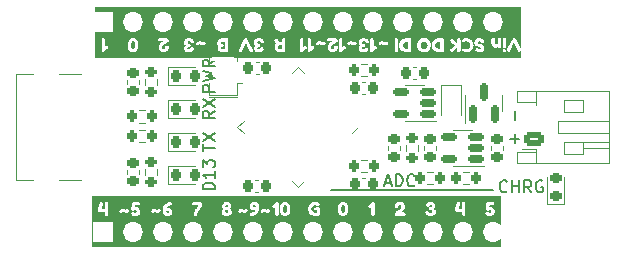
<source format=gto>
%TF.GenerationSoftware,KiCad,Pcbnew,(6.0.0-0)*%
%TF.CreationDate,2023-05-28T12:50:48+10:00*%
%TF.ProjectId,atmega32u4-dev,61746d65-6761-4333-9275-342d6465762e,v1.0.0*%
%TF.SameCoordinates,Original*%
%TF.FileFunction,Legend,Top*%
%TF.FilePolarity,Positive*%
%FSLAX46Y46*%
G04 Gerber Fmt 4.6, Leading zero omitted, Abs format (unit mm)*
G04 Created by KiCad (PCBNEW (6.0.0-0)) date 2023-05-28 12:50:48*
%MOMM*%
%LPD*%
G01*
G04 APERTURE LIST*
G04 Aperture macros list*
%AMRoundRect*
0 Rectangle with rounded corners*
0 $1 Rounding radius*
0 $2 $3 $4 $5 $6 $7 $8 $9 X,Y pos of 4 corners*
0 Add a 4 corners polygon primitive as box body*
4,1,4,$2,$3,$4,$5,$6,$7,$8,$9,$2,$3,0*
0 Add four circle primitives for the rounded corners*
1,1,$1+$1,$2,$3*
1,1,$1+$1,$4,$5*
1,1,$1+$1,$6,$7*
1,1,$1+$1,$8,$9*
0 Add four rect primitives between the rounded corners*
20,1,$1+$1,$2,$3,$4,$5,0*
20,1,$1+$1,$4,$5,$6,$7,0*
20,1,$1+$1,$6,$7,$8,$9,0*
20,1,$1+$1,$8,$9,$2,$3,0*%
%AMRotRect*
0 Rectangle, with rotation*
0 The origin of the aperture is its center*
0 $1 length*
0 $2 width*
0 $3 Rotation angle, in degrees counterclockwise*
0 Add horizontal line*
21,1,$1,$2,0,0,$3*%
G04 Aperture macros list end*
%ADD10C,0.153000*%
%ADD11C,0.150000*%
%ADD12C,0.120000*%
%ADD13RoundRect,0.225000X0.250000X-0.225000X0.250000X0.225000X-0.250000X0.225000X-0.250000X-0.225000X0*%
%ADD14RoundRect,0.225000X-0.250000X0.225000X-0.250000X-0.225000X0.250000X-0.225000X0.250000X0.225000X0*%
%ADD15RoundRect,0.218750X-0.218750X-0.256250X0.218750X-0.256250X0.218750X0.256250X-0.218750X0.256250X0*%
%ADD16RoundRect,0.150000X0.150000X-0.587500X0.150000X0.587500X-0.150000X0.587500X-0.150000X-0.587500X0*%
%ADD17RoundRect,0.200000X-0.275000X0.200000X-0.275000X-0.200000X0.275000X-0.200000X0.275000X0.200000X0*%
%ADD18RoundRect,0.200000X0.200000X0.275000X-0.200000X0.275000X-0.200000X-0.275000X0.200000X-0.275000X0*%
%ADD19RoundRect,0.225000X0.225000X0.250000X-0.225000X0.250000X-0.225000X-0.250000X0.225000X-0.250000X0*%
%ADD20RoundRect,0.062500X0.291682X0.380070X-0.380070X-0.291682X-0.291682X-0.380070X0.380070X0.291682X0*%
%ADD21RoundRect,0.062500X-0.291682X0.380070X-0.380070X0.291682X0.291682X-0.380070X0.380070X-0.291682X0*%
%ADD22RotRect,5.200000X5.200000X225.000000*%
%ADD23RoundRect,0.200000X0.275000X-0.200000X0.275000X0.200000X-0.275000X0.200000X-0.275000X-0.200000X0*%
%ADD24RoundRect,0.200000X-0.200000X-0.275000X0.200000X-0.275000X0.200000X0.275000X-0.200000X0.275000X0*%
%ADD25RoundRect,0.250000X0.625000X-0.350000X0.625000X0.350000X-0.625000X0.350000X-0.625000X-0.350000X0*%
%ADD26O,1.750000X1.200000*%
%ADD27RoundRect,0.218750X0.256250X-0.218750X0.256250X0.218750X-0.256250X0.218750X-0.256250X-0.218750X0*%
%ADD28RoundRect,0.150000X0.512500X0.150000X-0.512500X0.150000X-0.512500X-0.150000X0.512500X-0.150000X0*%
%ADD29RoundRect,0.225000X-0.225000X-0.250000X0.225000X-0.250000X0.225000X0.250000X-0.225000X0.250000X0*%
%ADD30R,1.900000X0.400000*%
%ADD31R,0.450000X0.600000*%
%ADD32C,0.600000*%
%ADD33R,1.160000X0.600000*%
%ADD34R,1.160000X0.300000*%
%ADD35O,1.700000X0.900000*%
%ADD36O,2.000000X0.900000*%
%ADD37R,1.700000X1.700000*%
%ADD38O,1.700000X1.700000*%
G04 APERTURE END LIST*
D10*
X117094000Y-92964000D02*
X130810000Y-92966000D01*
X106259380Y-89661904D02*
X106259380Y-89090476D01*
X107259380Y-89376190D02*
X106259380Y-89376190D01*
X106259380Y-88852380D02*
X107259380Y-88185714D01*
X106259380Y-88185714D02*
X107259380Y-88852380D01*
X107259380Y-86272666D02*
X106783190Y-86606000D01*
X107259380Y-86844095D02*
X106259380Y-86844095D01*
X106259380Y-86463142D01*
X106307000Y-86367904D01*
X106354619Y-86320285D01*
X106449857Y-86272666D01*
X106592714Y-86272666D01*
X106687952Y-86320285D01*
X106735571Y-86367904D01*
X106783190Y-86463142D01*
X106783190Y-86844095D01*
X106259380Y-85939333D02*
X107259380Y-85272666D01*
X106259380Y-85272666D02*
X107259380Y-85939333D01*
D11*
X132008714Y-93067142D02*
X131961095Y-93114761D01*
X131818238Y-93162380D01*
X131723000Y-93162380D01*
X131580142Y-93114761D01*
X131484904Y-93019523D01*
X131437285Y-92924285D01*
X131389666Y-92733809D01*
X131389666Y-92590952D01*
X131437285Y-92400476D01*
X131484904Y-92305238D01*
X131580142Y-92210000D01*
X131723000Y-92162380D01*
X131818238Y-92162380D01*
X131961095Y-92210000D01*
X132008714Y-92257619D01*
X132437285Y-93162380D02*
X132437285Y-92162380D01*
X132437285Y-92638571D02*
X133008714Y-92638571D01*
X133008714Y-93162380D02*
X133008714Y-92162380D01*
X134056333Y-93162380D02*
X133723000Y-92686190D01*
X133484904Y-93162380D02*
X133484904Y-92162380D01*
X133865857Y-92162380D01*
X133961095Y-92210000D01*
X134008714Y-92257619D01*
X134056333Y-92352857D01*
X134056333Y-92495714D01*
X134008714Y-92590952D01*
X133961095Y-92638571D01*
X133865857Y-92686190D01*
X133484904Y-92686190D01*
X135008714Y-92210000D02*
X134913476Y-92162380D01*
X134770619Y-92162380D01*
X134627761Y-92210000D01*
X134532523Y-92305238D01*
X134484904Y-92400476D01*
X134437285Y-92590952D01*
X134437285Y-92733809D01*
X134484904Y-92924285D01*
X134532523Y-93019523D01*
X134627761Y-93114761D01*
X134770619Y-93162380D01*
X134865857Y-93162380D01*
X135008714Y-93114761D01*
X135056333Y-93067142D01*
X135056333Y-92733809D01*
X134865857Y-92733809D01*
D10*
X107259380Y-92908285D02*
X106259380Y-92908285D01*
X106259380Y-92670190D01*
X106307000Y-92527333D01*
X106402238Y-92432095D01*
X106497476Y-92384476D01*
X106687952Y-92336857D01*
X106830809Y-92336857D01*
X107021285Y-92384476D01*
X107116523Y-92432095D01*
X107211761Y-92527333D01*
X107259380Y-92670190D01*
X107259380Y-92908285D01*
X107259380Y-91384476D02*
X107259380Y-91955904D01*
X107259380Y-91670190D02*
X106259380Y-91670190D01*
X106402238Y-91765428D01*
X106497476Y-91860666D01*
X106545095Y-91955904D01*
X106259380Y-91051142D02*
X106259380Y-90432095D01*
X106640333Y-90765428D01*
X106640333Y-90622571D01*
X106687952Y-90527333D01*
X106735571Y-90479714D01*
X106830809Y-90432095D01*
X107068904Y-90432095D01*
X107164142Y-90479714D01*
X107211761Y-90527333D01*
X107259380Y-90622571D01*
X107259380Y-90908285D01*
X107211761Y-91003523D01*
X107164142Y-91051142D01*
X107259380Y-84645333D02*
X106259380Y-84645333D01*
X106259380Y-84264380D01*
X106307000Y-84169142D01*
X106354619Y-84121523D01*
X106449857Y-84073904D01*
X106592714Y-84073904D01*
X106687952Y-84121523D01*
X106735571Y-84169142D01*
X106783190Y-84264380D01*
X106783190Y-84645333D01*
X106259380Y-83740571D02*
X107259380Y-83502476D01*
X106545095Y-83312000D01*
X107259380Y-83121523D01*
X106259380Y-82883428D01*
X107259380Y-81931047D02*
X106783190Y-82264380D01*
X107259380Y-82502476D02*
X106259380Y-82502476D01*
X106259380Y-82121523D01*
X106307000Y-82026285D01*
X106354619Y-81978666D01*
X106449857Y-81931047D01*
X106592714Y-81931047D01*
X106687952Y-81978666D01*
X106735571Y-82026285D01*
X106783190Y-82121523D01*
X106783190Y-82502476D01*
D11*
X121697904Y-92368666D02*
X122174095Y-92368666D01*
X121602666Y-92654380D02*
X121936000Y-91654380D01*
X122269333Y-92654380D01*
X122602666Y-92654380D02*
X122602666Y-91654380D01*
X122840761Y-91654380D01*
X122983619Y-91702000D01*
X123078857Y-91797238D01*
X123126476Y-91892476D01*
X123174095Y-92082952D01*
X123174095Y-92225809D01*
X123126476Y-92416285D01*
X123078857Y-92511523D01*
X122983619Y-92606761D01*
X122840761Y-92654380D01*
X122602666Y-92654380D01*
X124174095Y-92559142D02*
X124126476Y-92606761D01*
X123983619Y-92654380D01*
X123888380Y-92654380D01*
X123745523Y-92606761D01*
X123650285Y-92511523D01*
X123602666Y-92416285D01*
X123555047Y-92225809D01*
X123555047Y-92082952D01*
X123602666Y-91892476D01*
X123650285Y-91797238D01*
X123745523Y-91702000D01*
X123888380Y-91654380D01*
X123983619Y-91654380D01*
X124126476Y-91702000D01*
X124174095Y-91749619D01*
X132659428Y-89010952D02*
X132659428Y-88249047D01*
X133040380Y-88630000D02*
X132278476Y-88630000D01*
X132659428Y-87010952D02*
X132659428Y-86249047D01*
D12*
%TO.C,C5*%
X130681000Y-89548580D02*
X130681000Y-89267420D01*
X131701000Y-89548580D02*
X131701000Y-89267420D01*
%TO.C,kibuzzard-63FC0A8C*%
G36*
X118207830Y-94263666D02*
G01*
X118258431Y-94323495D01*
X118288792Y-94423210D01*
X118298912Y-94562811D01*
X118298912Y-94572336D01*
X118288693Y-94708464D01*
X118258034Y-94805698D01*
X118206937Y-94864039D01*
X118135400Y-94883486D01*
X118065252Y-94863493D01*
X118015147Y-94803516D01*
X117985084Y-94703553D01*
X117975062Y-94563605D01*
X117985183Y-94423657D01*
X118015544Y-94323694D01*
X118066145Y-94263716D01*
X118136987Y-94243723D01*
X118207830Y-94263666D01*
G37*
G36*
X117181445Y-97811894D02*
G01*
X117181445Y-94562811D01*
X117694075Y-94562811D01*
X117699190Y-94674112D01*
X117714536Y-94777300D01*
X117740112Y-94872373D01*
X117774442Y-94952145D01*
X117817106Y-95020011D01*
X117873066Y-95076962D01*
X117947281Y-95123992D01*
X118036777Y-95155544D01*
X118138575Y-95166061D01*
X118239977Y-95155742D01*
X118328281Y-95124786D01*
X118401108Y-95077955D01*
X118456075Y-95020011D01*
X118510248Y-94928432D01*
X118548944Y-94821970D01*
X118572161Y-94700626D01*
X118579900Y-94564398D01*
X118574608Y-94459447D01*
X118558733Y-94358376D01*
X118556908Y-94351673D01*
X120249950Y-94351673D01*
X120299956Y-94450098D01*
X120396000Y-94505661D01*
X120507125Y-94456448D01*
X120527762Y-94437398D01*
X120527762Y-95004136D01*
X120530144Y-95062080D01*
X120545225Y-95105736D01*
X120587691Y-95136692D01*
X120667462Y-95147011D01*
X120749219Y-95136295D01*
X120791287Y-95104148D01*
X120806369Y-95062080D01*
X120808750Y-95007311D01*
X120808750Y-95004136D01*
X122518487Y-95004136D01*
X122559762Y-95104148D01*
X122658187Y-95147011D01*
X123278900Y-95147011D01*
X123377325Y-95127961D01*
X123411456Y-95086686D01*
X123421775Y-95006517D01*
X123412250Y-94925555D01*
X123374944Y-94879517D01*
X123282075Y-94864436D01*
X122991562Y-94864436D01*
X122991562Y-94856498D01*
X123031250Y-94840623D01*
X123109989Y-94797761D01*
X125091825Y-94797761D01*
X125109288Y-94883486D01*
X125112463Y-94899361D01*
X125129925Y-94940636D01*
X125169216Y-95003739D01*
X125214063Y-95053348D01*
X125305785Y-95115085D01*
X125411618Y-95152126D01*
X125531563Y-95164473D01*
X125652389Y-95152214D01*
X125758751Y-95115437D01*
X125850650Y-95054142D01*
X125921206Y-94973973D01*
X125963539Y-94880576D01*
X125977650Y-94773948D01*
X125964553Y-94692986D01*
X125956695Y-94678698D01*
X127647700Y-94678698D01*
X127655638Y-94746961D01*
X127698897Y-94792205D01*
X127787400Y-94807286D01*
X128217613Y-94807286D01*
X128217613Y-95000961D01*
X128227138Y-95083511D01*
X128247775Y-95115261D01*
X128289050Y-95134311D01*
X128362075Y-95142248D01*
X128439069Y-95132723D01*
X128485106Y-95093830D01*
X128500188Y-95002548D01*
X128500188Y-94954923D01*
X130194050Y-94954923D01*
X130254375Y-95050173D01*
X130267075Y-95061286D01*
X130306763Y-95091448D01*
X130389313Y-95132900D01*
X130478213Y-95157771D01*
X130573463Y-95166061D01*
X130680531Y-95152920D01*
X130775251Y-95113497D01*
X130857625Y-95047792D01*
X130921125Y-94963831D01*
X130959225Y-94869639D01*
X130971925Y-94765217D01*
X130958519Y-94661324D01*
X130918303Y-94568720D01*
X130851275Y-94487405D01*
X130767490Y-94424346D01*
X130677003Y-94386510D01*
X130579813Y-94373898D01*
X130524250Y-94377073D01*
X130540125Y-94256423D01*
X130817938Y-94256423D01*
X130869531Y-94254042D01*
X130908425Y-94238961D01*
X130938191Y-94199670D01*
X130948113Y-94123073D01*
X130937397Y-94038936D01*
X130905250Y-93996073D01*
X130863975Y-93980992D01*
X130808413Y-93978611D01*
X130659188Y-93978611D01*
X130417888Y-93977023D01*
X130353594Y-93992105D01*
X130312319Y-94026236D01*
X130289300Y-94069098D01*
X130278188Y-94102436D01*
X130269059Y-94168317D01*
X130244850Y-94346911D01*
X130221038Y-94528283D01*
X130213100Y-94602498D01*
X130230563Y-94641392D01*
X130304381Y-94689811D01*
X130404394Y-94719973D01*
X130490913Y-94683461D01*
X130567113Y-94654886D01*
X130652044Y-94685842D01*
X130689350Y-94769980D01*
X130655219Y-94853323D01*
X130550444Y-94883486D01*
X130451225Y-94850148D01*
X130344863Y-94799348D01*
X130252788Y-94851736D01*
X130194050Y-94954923D01*
X128500188Y-94954923D01*
X128500188Y-94119898D01*
X128497806Y-94064336D01*
X128482725Y-94022267D01*
X128439863Y-93988930D01*
X128359694Y-93978611D01*
X128278731Y-93987342D01*
X128235075Y-94018298D01*
X128219994Y-94057986D01*
X128217613Y-94111961D01*
X128217613Y-94545348D01*
X127958850Y-94545348D01*
X128055688Y-94157998D01*
X128057275Y-94153236D01*
X128068388Y-94086561D01*
X128040606Y-94025442D01*
X127957263Y-93984961D01*
X127884238Y-93973848D01*
X127829469Y-93991311D01*
X127800894Y-94027823D01*
X127784225Y-94083386D01*
X127652463Y-94615198D01*
X127647700Y-94678698D01*
X125956695Y-94678698D01*
X125925263Y-94621548D01*
X125875256Y-94569955D01*
X125828425Y-94535823D01*
X125828425Y-94524711D01*
X125897217Y-94474881D01*
X125938492Y-94407941D01*
X125952250Y-94323892D01*
X125939726Y-94234375D01*
X125902156Y-94151031D01*
X125839538Y-94073861D01*
X125755224Y-94012125D01*
X125652565Y-93975083D01*
X125531563Y-93962736D01*
X125452783Y-93968292D01*
X125381544Y-93984961D01*
X125276769Y-94034173D01*
X125210888Y-94096880D01*
X125175963Y-94146886D01*
X125139450Y-94254836D01*
X125159294Y-94311589D01*
X125218825Y-94361198D01*
X125306138Y-94389773D01*
X125366463Y-94369930D01*
X125410913Y-94310398D01*
X125420438Y-94291348D01*
X125461713Y-94253248D01*
X125551406Y-94234198D01*
X125639513Y-94264361D01*
X125671263Y-94327861D01*
X125641100Y-94374295D01*
X125550613Y-94389773D01*
X125468063Y-94397711D01*
X125424009Y-94440970D01*
X125409325Y-94529473D01*
X125420041Y-94610833D01*
X125452188Y-94651711D01*
X125493463Y-94667586D01*
X125565694Y-94670761D01*
X125657769Y-94703305D01*
X125696663Y-94778711D01*
X125656975Y-94855705D01*
X125606175Y-94881303D01*
X125533150Y-94889836D01*
X125466475Y-94880311D01*
X125379163Y-94804111D01*
X125331538Y-94721561D01*
X125247400Y-94705686D01*
X125130719Y-94728705D01*
X125091825Y-94797761D01*
X123109989Y-94797761D01*
X123129675Y-94787045D01*
X123240800Y-94699336D01*
X123292394Y-94642186D01*
X123336050Y-94569161D01*
X123365816Y-94485817D01*
X123375737Y-94397711D01*
X123362508Y-94288614D01*
X123322821Y-94187808D01*
X123256675Y-94095292D01*
X123169274Y-94021650D01*
X123065822Y-93977464D01*
X122946319Y-93962736D01*
X122826903Y-93977288D01*
X122723716Y-94020944D01*
X122636756Y-94093705D01*
X122571051Y-94184810D01*
X122531628Y-94283499D01*
X122518487Y-94389773D01*
X122526425Y-94470736D01*
X122569684Y-94515980D01*
X122658187Y-94531061D01*
X122739150Y-94521536D01*
X122782012Y-94492961D01*
X122797094Y-94453273D01*
X122799475Y-94400886D01*
X122799475Y-94391361D01*
X122805825Y-94354848D01*
X122847894Y-94281030D01*
X122936000Y-94243723D01*
X123015375Y-94258011D01*
X123057444Y-94288967D01*
X123082050Y-94331830D01*
X123093162Y-94372311D01*
X123078280Y-94441764D01*
X123033631Y-94507248D01*
X122967948Y-94567375D01*
X122889962Y-94620755D01*
X122805825Y-94671158D01*
X122721687Y-94722355D01*
X122643702Y-94779108D01*
X122578019Y-94846180D01*
X122533370Y-94921784D01*
X122518487Y-95004136D01*
X120808750Y-95004136D01*
X120808750Y-94123073D01*
X120800812Y-94038936D01*
X120778587Y-94004805D01*
X120737312Y-93986548D01*
X120661906Y-93978611D01*
X120572212Y-94019886D01*
X120567450Y-94023061D01*
X120307100Y-94258011D01*
X120249950Y-94351673D01*
X118556908Y-94351673D01*
X118532275Y-94261186D01*
X118499136Y-94181017D01*
X118456869Y-94111961D01*
X118401306Y-94053620D01*
X118328281Y-94005598D01*
X118239580Y-93973452D01*
X118136987Y-93962736D01*
X118033998Y-93973650D01*
X117944106Y-94006392D01*
X117870089Y-94055208D01*
X117814725Y-94114342D01*
X117770870Y-94190741D01*
X117731381Y-94291348D01*
X117710656Y-94371605D01*
X117698220Y-94462093D01*
X117694075Y-94562811D01*
X117181445Y-94562811D01*
X117181445Y-93450106D01*
X131484555Y-93450106D01*
X131484555Y-97811894D01*
X117181445Y-97811894D01*
G37*
%TO.C,C3*%
X124966000Y-89267420D02*
X124966000Y-89548580D01*
X125986000Y-89267420D02*
X125986000Y-89548580D01*
%TO.C,D6*%
X103290000Y-84047000D02*
X105575000Y-84047000D01*
X103290000Y-82577000D02*
X103290000Y-84047000D01*
X105575000Y-82577000D02*
X103290000Y-82577000D01*
%TO.C,Q1*%
X128488000Y-85598000D02*
X128488000Y-87273000D01*
X131608000Y-85598000D02*
X131608000Y-86248000D01*
X131608000Y-85598000D02*
X131608000Y-84948000D01*
X128488000Y-85598000D02*
X128488000Y-84948000D01*
%TO.C,R5*%
X102376500Y-91202742D02*
X102376500Y-91677258D01*
X101331500Y-91202742D02*
X101331500Y-91677258D01*
%TO.C,R8*%
X120125258Y-83326500D02*
X119650742Y-83326500D01*
X120125258Y-82281500D02*
X119650742Y-82281500D01*
%TO.C,C10*%
X110960780Y-92098400D02*
X110679620Y-92098400D01*
X110960780Y-93118400D02*
X110679620Y-93118400D01*
%TO.C,C9*%
X111011580Y-83187000D02*
X110730420Y-83187000D01*
X111011580Y-82167000D02*
X110730420Y-82167000D01*
%TO.C,U3*%
X114300000Y-82524689D02*
X114812652Y-83037341D01*
X114300000Y-92735311D02*
X113787348Y-92222659D01*
X114812652Y-92222659D02*
X114300000Y-92735311D01*
X118892659Y-88142652D02*
X119405311Y-87630000D01*
X113787348Y-83037341D02*
X114300000Y-82524689D01*
X109707341Y-87117348D02*
X109194689Y-87630000D01*
X109194689Y-87630000D02*
X109707341Y-88142652D01*
%TO.C,kibuzzard-63FC10C2*%
G36*
X117204331Y-97810307D02*
G01*
X114189669Y-97810307D01*
X114189669Y-94554873D01*
X115181856Y-94554873D01*
X115192770Y-94676466D01*
X115225512Y-94788831D01*
X115280083Y-94891969D01*
X115356481Y-94985880D01*
X115447663Y-95064014D01*
X115546584Y-95119825D01*
X115653245Y-95153311D01*
X115767644Y-95164473D01*
X115892659Y-95155841D01*
X116001006Y-95129945D01*
X116092684Y-95086785D01*
X116167694Y-95026361D01*
X116212144Y-94929523D01*
X116212144Y-94580273D01*
X116196269Y-94491373D01*
X116091494Y-94446923D01*
X115812094Y-94446923D01*
X115735894Y-94461211D01*
X115709700Y-94496136D01*
X115702556Y-94563605D01*
X115708906Y-94630280D01*
X115735894Y-94667586D01*
X115805744Y-94680286D01*
X115931156Y-94680286D01*
X115931156Y-94853323D01*
X115856941Y-94874755D01*
X115773994Y-94881898D01*
X115659694Y-94857887D01*
X115558094Y-94785855D01*
X115505177Y-94717239D01*
X115473427Y-94639452D01*
X115462844Y-94552492D01*
X115486259Y-94428270D01*
X115556506Y-94330242D01*
X115656916Y-94266544D01*
X115770819Y-94245311D01*
X115856544Y-94256225D01*
X115929569Y-94288967D01*
X116026406Y-94332623D01*
X116079984Y-94311589D01*
X116139119Y-94248486D01*
X116175631Y-94158792D01*
X116132769Y-94088148D01*
X116019351Y-94019357D01*
X115901347Y-93978082D01*
X115778756Y-93964323D01*
X115662075Y-93974890D01*
X115553331Y-94006591D01*
X115452525Y-94059425D01*
X115359656Y-94133392D01*
X115281869Y-94223136D01*
X115226306Y-94323297D01*
X115192969Y-94433876D01*
X115181856Y-94554873D01*
X114189669Y-94554873D01*
X114189669Y-93451693D01*
X117204331Y-93451693D01*
X117204331Y-97810307D01*
G37*
%TO.C,R4*%
X102376500Y-84057258D02*
X102376500Y-83582742D01*
X101331500Y-84057258D02*
X101331500Y-83582742D01*
%TO.C,C2*%
X100840000Y-91312420D02*
X100840000Y-91593580D01*
X99820000Y-91312420D02*
X99820000Y-91593580D01*
%TO.C,kibuzzard-63FC0E25*%
G36*
X100427003Y-80396507D02*
G01*
X100477108Y-80456484D01*
X100507172Y-80556447D01*
X100517193Y-80696395D01*
X100507072Y-80836343D01*
X100476711Y-80936306D01*
X100426110Y-80996284D01*
X100355268Y-81016277D01*
X100284426Y-80996334D01*
X100233824Y-80936505D01*
X100203463Y-80836790D01*
X100193343Y-80697189D01*
X100193343Y-80687664D01*
X100203562Y-80551536D01*
X100234221Y-80454302D01*
X100285318Y-80395961D01*
X100356855Y-80376514D01*
X100427003Y-80396507D01*
G37*
G36*
X97170875Y-77448106D02*
G01*
X106537125Y-77448106D01*
X106537125Y-81809894D01*
X97170875Y-81809894D01*
X97170875Y-81136927D01*
X97683505Y-81136927D01*
X97691443Y-81221064D01*
X97713668Y-81255195D01*
X97754943Y-81273452D01*
X97830349Y-81281389D01*
X97920043Y-81240114D01*
X97924805Y-81236939D01*
X98185155Y-81001989D01*
X98242305Y-80908327D01*
X98192299Y-80809902D01*
X98096255Y-80754339D01*
X97985130Y-80803552D01*
X97964493Y-80822602D01*
X97964493Y-80695602D01*
X99912355Y-80695602D01*
X99917647Y-80800553D01*
X99933522Y-80901624D01*
X99959980Y-80998814D01*
X99993119Y-81078983D01*
X100035386Y-81148039D01*
X100090949Y-81206380D01*
X100163974Y-81254402D01*
X100252676Y-81286548D01*
X100355268Y-81297264D01*
X100458257Y-81286350D01*
X100548149Y-81253608D01*
X100622166Y-81204792D01*
X100677530Y-81145658D01*
X100721385Y-81069259D01*
X100760874Y-80968652D01*
X100781600Y-80888395D01*
X100794035Y-80797907D01*
X100798180Y-80697189D01*
X100793065Y-80585888D01*
X100777719Y-80482700D01*
X100752143Y-80387627D01*
X100717813Y-80307855D01*
X100683632Y-80253483D01*
X102468230Y-80253483D01*
X102477755Y-80334445D01*
X102515061Y-80380483D01*
X102607930Y-80395564D01*
X102898443Y-80395564D01*
X102898443Y-80403502D01*
X102858755Y-80419377D01*
X102760330Y-80472955D01*
X102649205Y-80560664D01*
X102597611Y-80617814D01*
X102553955Y-80690839D01*
X102524190Y-80774183D01*
X102514268Y-80862289D01*
X102527497Y-80971386D01*
X102567184Y-81072192D01*
X102633330Y-81164708D01*
X102720731Y-81238350D01*
X102824183Y-81282536D01*
X102943686Y-81297264D01*
X103063102Y-81282712D01*
X103166289Y-81239056D01*
X103253249Y-81166295D01*
X103318954Y-81075190D01*
X103358377Y-80976501D01*
X103371518Y-80870227D01*
X103363580Y-80789264D01*
X103320321Y-80744020D01*
X103231818Y-80728939D01*
X103150855Y-80738464D01*
X103107993Y-80767039D01*
X103092911Y-80806727D01*
X103090530Y-80859114D01*
X103090530Y-80868639D01*
X103084180Y-80905152D01*
X103042111Y-80978970D01*
X102954005Y-81016277D01*
X102874630Y-81001989D01*
X102832561Y-80971033D01*
X102807955Y-80928170D01*
X102796843Y-80887689D01*
X102811726Y-80818236D01*
X102856374Y-80752752D01*
X102922057Y-80692625D01*
X103000043Y-80639245D01*
X103084180Y-80588842D01*
X103168318Y-80537645D01*
X103239213Y-80486052D01*
X104655805Y-80486052D01*
X104668902Y-80567014D01*
X104708193Y-80638452D01*
X104758199Y-80690045D01*
X104805030Y-80724177D01*
X104805030Y-80735289D01*
X104736239Y-80785119D01*
X104694964Y-80852059D01*
X104681205Y-80936108D01*
X104693729Y-81025625D01*
X104731300Y-81108969D01*
X104793918Y-81186139D01*
X104878232Y-81247875D01*
X104980890Y-81284917D01*
X105101893Y-81297264D01*
X105180672Y-81291708D01*
X105251911Y-81275039D01*
X105356686Y-81225827D01*
X105422568Y-81163120D01*
X105457493Y-81113114D01*
X105494005Y-81005164D01*
X105474161Y-80948411D01*
X105414630Y-80898802D01*
X105327318Y-80870227D01*
X105266993Y-80890070D01*
X105222543Y-80949602D01*
X105213018Y-80968652D01*
X105171743Y-81006752D01*
X105082049Y-81025802D01*
X104993943Y-80995639D01*
X104962193Y-80932139D01*
X104992355Y-80885705D01*
X105082843Y-80870227D01*
X105165393Y-80862289D01*
X105209446Y-80819030D01*
X105224130Y-80730527D01*
X105213415Y-80649167D01*
X105181268Y-80608289D01*
X105144122Y-80594002D01*
X105705143Y-80594002D01*
X105723796Y-80638848D01*
X105779755Y-80687664D01*
X105860718Y-80716239D01*
X105949618Y-80643214D01*
X105954380Y-80636864D01*
X106006768Y-80619402D01*
X106084555Y-80668614D01*
X106145674Y-80701158D01*
X106233780Y-80716239D01*
X106331411Y-80702745D01*
X106414755Y-80662264D01*
X106467143Y-80617020D01*
X106513974Y-80553520D01*
X106536993Y-80490814D01*
X106481430Y-80413820D01*
X106383799Y-80366989D01*
X106339944Y-80386039D01*
X106292518Y-80443189D01*
X106271880Y-80462239D01*
X106240924Y-80468589D01*
X106191711Y-80443189D01*
X106113924Y-80393183D01*
X106009149Y-80368577D01*
X105902786Y-80385245D01*
X105825793Y-80422552D01*
X105773405Y-80470177D01*
X105743243Y-80507483D01*
X105721018Y-80543995D01*
X105705143Y-80594002D01*
X105144122Y-80594002D01*
X105139993Y-80592414D01*
X105067761Y-80589239D01*
X104975686Y-80556695D01*
X104936793Y-80481289D01*
X104976480Y-80404295D01*
X105027280Y-80378697D01*
X105100305Y-80370164D01*
X105166980Y-80379689D01*
X105254293Y-80455889D01*
X105301918Y-80538439D01*
X105386055Y-80554314D01*
X105502736Y-80531295D01*
X105541630Y-80462239D01*
X105524168Y-80376514D01*
X105520993Y-80360639D01*
X105503530Y-80319364D01*
X105464240Y-80256261D01*
X105419393Y-80206652D01*
X105327670Y-80144915D01*
X105221837Y-80107874D01*
X105101893Y-80095527D01*
X104981066Y-80107786D01*
X104874704Y-80144563D01*
X104782805Y-80205858D01*
X104712250Y-80286027D01*
X104669916Y-80379424D01*
X104655805Y-80486052D01*
X103239213Y-80486052D01*
X103246304Y-80480892D01*
X103311986Y-80413820D01*
X103356635Y-80338216D01*
X103371518Y-80255864D01*
X103330243Y-80155852D01*
X103231818Y-80112989D01*
X102611105Y-80112989D01*
X102512680Y-80132039D01*
X102478549Y-80173314D01*
X102468230Y-80253483D01*
X100683632Y-80253483D01*
X100675149Y-80239989D01*
X100619190Y-80183038D01*
X100544974Y-80136008D01*
X100455479Y-80104456D01*
X100353680Y-80093939D01*
X100252279Y-80104258D01*
X100163974Y-80135214D01*
X100091147Y-80182045D01*
X100036180Y-80239989D01*
X99982007Y-80331568D01*
X99943311Y-80438030D01*
X99920094Y-80559374D01*
X99912355Y-80695602D01*
X97964493Y-80695602D01*
X97964493Y-80255864D01*
X97962111Y-80197920D01*
X97947030Y-80154264D01*
X97904565Y-80123308D01*
X97824793Y-80112989D01*
X97743036Y-80123705D01*
X97700968Y-80155852D01*
X97685886Y-80197920D01*
X97683505Y-80252689D01*
X97683505Y-81136927D01*
X97170875Y-81136927D01*
X97170875Y-77448106D01*
G37*
%TO.C,R6*%
X100862742Y-86218500D02*
X101337258Y-86218500D01*
X100862742Y-87263500D02*
X101337258Y-87263500D01*
%TO.C,R1*%
X128761258Y-91425500D02*
X128286742Y-91425500D01*
X128761258Y-92470500D02*
X128286742Y-92470500D01*
%TO.C,J1*%
X136829000Y-88930000D02*
X136829000Y-89930000D01*
X136829000Y-89930000D02*
X138429000Y-89930000D01*
X136829000Y-86330000D02*
X136829000Y-85330000D01*
X138429000Y-89430000D02*
X140689000Y-89430000D01*
X132869000Y-84570000D02*
X132869000Y-85490000D01*
X140689000Y-90690000D02*
X140689000Y-84570000D01*
X134469000Y-90690000D02*
X134469000Y-89770000D01*
X132869000Y-85490000D02*
X134469000Y-85490000D01*
X132869000Y-90690000D02*
X140689000Y-90690000D01*
X138429000Y-85330000D02*
X138429000Y-86330000D01*
X138429000Y-89930000D02*
X138429000Y-88930000D01*
X132869000Y-89770000D02*
X132869000Y-90690000D01*
X134469000Y-89770000D02*
X132869000Y-89770000D01*
X136829000Y-85330000D02*
X138429000Y-85330000D01*
X136329000Y-88130000D02*
X136329000Y-87130000D01*
X134469000Y-89490000D02*
X133254000Y-89490000D01*
X136329000Y-87130000D02*
X140689000Y-87130000D01*
X134469000Y-85490000D02*
X134469000Y-85770000D01*
X134469000Y-89490000D02*
X134469000Y-89770000D01*
X138429000Y-86330000D02*
X136829000Y-86330000D01*
X140689000Y-84570000D02*
X132869000Y-84570000D01*
X138429000Y-88930000D02*
X136829000Y-88930000D01*
X140689000Y-88130000D02*
X136329000Y-88130000D01*
X134469000Y-84570000D02*
X134469000Y-85490000D01*
X138429000Y-88930000D02*
X140689000Y-88930000D01*
%TO.C,D4*%
X103290000Y-86841000D02*
X105575000Y-86841000D01*
X105575000Y-85371000D02*
X103290000Y-85371000D01*
X103290000Y-85371000D02*
X103290000Y-86841000D01*
%TO.C,kibuzzard-63FC0D8E*%
G36*
X108363544Y-94257217D02*
G01*
X108390531Y-94316748D01*
X108364338Y-94377073D01*
X108286550Y-94405648D01*
X108207175Y-94377073D01*
X108179394Y-94315955D01*
X108204794Y-94256423D01*
X108283375Y-94229436D01*
X108363544Y-94257217D01*
G37*
G36*
X110720981Y-94261186D02*
G01*
X110737650Y-94296905D01*
X110741619Y-94342942D01*
X110709075Y-94401680D01*
X110614619Y-94431048D01*
X110524925Y-94399298D01*
X110497144Y-94331036D01*
X110527703Y-94251264D01*
X110619381Y-94224673D01*
X110720981Y-94261186D01*
G37*
G36*
X103373237Y-94732673D02*
G01*
X103401019Y-94800936D01*
X103370459Y-94880708D01*
X103278781Y-94907298D01*
X103177181Y-94870786D01*
X103162100Y-94835861D01*
X103158131Y-94789823D01*
X103190675Y-94730292D01*
X103284337Y-94700923D01*
X103373237Y-94732673D01*
G37*
G36*
X113303248Y-94266841D02*
G01*
X113353850Y-94326670D01*
X113384211Y-94426385D01*
X113394331Y-94565986D01*
X113394331Y-94575511D01*
X113384112Y-94711639D01*
X113353453Y-94808873D01*
X113302355Y-94867214D01*
X113230819Y-94886661D01*
X113160671Y-94866668D01*
X113110566Y-94806691D01*
X113080502Y-94706728D01*
X113070481Y-94566780D01*
X113080602Y-94426832D01*
X113110963Y-94326869D01*
X113161564Y-94266891D01*
X113232406Y-94246898D01*
X113303248Y-94266841D01*
G37*
G36*
X96886051Y-93446931D02*
G01*
X114187949Y-93446931D01*
X114187949Y-97815069D01*
X96886051Y-97815069D01*
X96886051Y-94681873D01*
X97398681Y-94681873D01*
X97406619Y-94750136D01*
X97449878Y-94795380D01*
X97538381Y-94810461D01*
X97968594Y-94810461D01*
X97968594Y-95004136D01*
X97978119Y-95086686D01*
X97998756Y-95118436D01*
X98040031Y-95137486D01*
X98113056Y-95145423D01*
X98190050Y-95135898D01*
X98236087Y-95097005D01*
X98251169Y-95005723D01*
X98251169Y-94958098D01*
X100175219Y-94958098D01*
X100235544Y-95053348D01*
X100248244Y-95064461D01*
X100287931Y-95094623D01*
X100370481Y-95136075D01*
X100459381Y-95160946D01*
X100554631Y-95169236D01*
X100661699Y-95156095D01*
X100756420Y-95116672D01*
X100838794Y-95050967D01*
X100902294Y-94967006D01*
X100940394Y-94872814D01*
X100952611Y-94772361D01*
X101873844Y-94772361D01*
X101929406Y-94849355D01*
X102027037Y-94896186D01*
X102070892Y-94877136D01*
X102118319Y-94819986D01*
X102138956Y-94800936D01*
X102169912Y-94794586D01*
X102219125Y-94819986D01*
X102296912Y-94869992D01*
X102401687Y-94894598D01*
X102508050Y-94877930D01*
X102585044Y-94840623D01*
X102637431Y-94792998D01*
X102667594Y-94755692D01*
X102689819Y-94719180D01*
X102698134Y-94692986D01*
X102869206Y-94692986D01*
X102880848Y-94824131D01*
X102915773Y-94938166D01*
X102973981Y-95035092D01*
X103055120Y-95108735D01*
X103158837Y-95152920D01*
X103285131Y-95167648D01*
X103388760Y-95155654D01*
X103481628Y-95119671D01*
X103563737Y-95059698D01*
X103627678Y-94981911D01*
X103666043Y-94892482D01*
X103678831Y-94791411D01*
X103666396Y-94707538D01*
X103629090Y-94629486D01*
X103566912Y-94557255D01*
X103487273Y-94499487D01*
X103397579Y-94464827D01*
X103297831Y-94453273D01*
X103180356Y-94480261D01*
X103188294Y-94458036D01*
X103217662Y-94402473D01*
X103274019Y-94340561D01*
X103370062Y-94286586D01*
X103496269Y-94264361D01*
X103588344Y-94254836D01*
X103620094Y-94234198D01*
X103639144Y-94192923D01*
X103646563Y-94124661D01*
X105348881Y-94124661D01*
X105358406Y-94204036D01*
X105396506Y-94250073D01*
X105488581Y-94265948D01*
X105850531Y-94265948D01*
X105815606Y-94338180D01*
X105777109Y-94394933D01*
X105731469Y-94462005D01*
X105682256Y-94537609D01*
X105633044Y-94619961D01*
X105587403Y-94711441D01*
X105548906Y-94814430D01*
X105522712Y-94921784D01*
X105513981Y-95026361D01*
X105516362Y-95079542D01*
X105531444Y-95115261D01*
X105573513Y-95140661D01*
X105653681Y-95147011D01*
X105733850Y-95140661D01*
X105775919Y-95116055D01*
X105791794Y-95081130D01*
X105794969Y-95029536D01*
X105803700Y-94954923D01*
X105829894Y-94869198D01*
X105872835Y-94773948D01*
X107861894Y-94773948D01*
X107876269Y-94885603D01*
X107919397Y-94981382D01*
X107991275Y-95061286D01*
X108081322Y-95121258D01*
X108178953Y-95157241D01*
X108284169Y-95169236D01*
X108389385Y-95157153D01*
X108487016Y-95120905D01*
X108577063Y-95060492D01*
X108648941Y-94980323D01*
X108692068Y-94884809D01*
X108706444Y-94773948D01*
X108706230Y-94772361D01*
X109225556Y-94772361D01*
X109281119Y-94849355D01*
X109378750Y-94896186D01*
X109422605Y-94877136D01*
X109470031Y-94819986D01*
X109490669Y-94800936D01*
X109521625Y-94794586D01*
X109570837Y-94819986D01*
X109648625Y-94869992D01*
X109753400Y-94894598D01*
X109859763Y-94877930D01*
X109936756Y-94840623D01*
X109989144Y-94792998D01*
X110019306Y-94755692D01*
X110041531Y-94719180D01*
X110057406Y-94669173D01*
X110038753Y-94624327D01*
X109982794Y-94575511D01*
X109901831Y-94546936D01*
X109812931Y-94619961D01*
X109808169Y-94626311D01*
X109755781Y-94643773D01*
X109677994Y-94594561D01*
X109616875Y-94562017D01*
X109528769Y-94546936D01*
X109431138Y-94560430D01*
X109347794Y-94600911D01*
X109295406Y-94646155D01*
X109248575Y-94709655D01*
X109225556Y-94772361D01*
X108706230Y-94772361D01*
X108697514Y-94707670D01*
X108670725Y-94642186D01*
X108613575Y-94555667D01*
X108577856Y-94523123D01*
X108601669Y-94497723D01*
X108648500Y-94423111D01*
X108668123Y-94340561D01*
X110220919Y-94340561D01*
X110233354Y-94424434D01*
X110270660Y-94502486D01*
X110332838Y-94574717D01*
X110412301Y-94632485D01*
X110501465Y-94667145D01*
X110600331Y-94678698D01*
X110719394Y-94651711D01*
X110711456Y-94673936D01*
X110680103Y-94729498D01*
X110624144Y-94791411D01*
X110529688Y-94845386D01*
X110403481Y-94867611D01*
X110311406Y-94877136D01*
X110266163Y-94919205D01*
X110251081Y-95007311D01*
X110262194Y-95087877D01*
X110295531Y-95132723D01*
X110381256Y-95148598D01*
X110390781Y-95148598D01*
X110504510Y-95140470D01*
X110608205Y-95116086D01*
X110701868Y-95075446D01*
X110785497Y-95018550D01*
X110859094Y-94945398D01*
X110920816Y-94860118D01*
X110965979Y-94772361D01*
X111148019Y-94772361D01*
X111203581Y-94849355D01*
X111301213Y-94896186D01*
X111345067Y-94877136D01*
X111392494Y-94819986D01*
X111413131Y-94800936D01*
X111444088Y-94794586D01*
X111493300Y-94819986D01*
X111571088Y-94869992D01*
X111675863Y-94894598D01*
X111782225Y-94877930D01*
X111859219Y-94840623D01*
X111911606Y-94792998D01*
X111941769Y-94755692D01*
X111963994Y-94719180D01*
X111979869Y-94669173D01*
X111961216Y-94624327D01*
X111905256Y-94575511D01*
X111824294Y-94546936D01*
X111735394Y-94619961D01*
X111730631Y-94626311D01*
X111678244Y-94643773D01*
X111600456Y-94594561D01*
X111539338Y-94562017D01*
X111451231Y-94546936D01*
X111353600Y-94560430D01*
X111270256Y-94600911D01*
X111217869Y-94646155D01*
X111171038Y-94709655D01*
X111148019Y-94772361D01*
X110965979Y-94772361D01*
X110968822Y-94766836D01*
X111003112Y-94665554D01*
X111023686Y-94556270D01*
X111030544Y-94438986D01*
X111023075Y-94354848D01*
X112127506Y-94354848D01*
X112177513Y-94453273D01*
X112273556Y-94508836D01*
X112384681Y-94459623D01*
X112405319Y-94440573D01*
X112405319Y-95007311D01*
X112407700Y-95065255D01*
X112422781Y-95108911D01*
X112465247Y-95139867D01*
X112545019Y-95150186D01*
X112626775Y-95139470D01*
X112668844Y-95107323D01*
X112683925Y-95065255D01*
X112686306Y-95010486D01*
X112686306Y-94565986D01*
X112789494Y-94565986D01*
X112794609Y-94677287D01*
X112809955Y-94780475D01*
X112835531Y-94875548D01*
X112869861Y-94955320D01*
X112912525Y-95023186D01*
X112968484Y-95080137D01*
X113042700Y-95127167D01*
X113132195Y-95158719D01*
X113233994Y-95169236D01*
X113335395Y-95158917D01*
X113423700Y-95127961D01*
X113496527Y-95081130D01*
X113551494Y-95023186D01*
X113605667Y-94931607D01*
X113644363Y-94825145D01*
X113667580Y-94703801D01*
X113675319Y-94567573D01*
X113670027Y-94462622D01*
X113654152Y-94361551D01*
X113627694Y-94264361D01*
X113594555Y-94184192D01*
X113552287Y-94115136D01*
X113496725Y-94056795D01*
X113423700Y-94008773D01*
X113334998Y-93976627D01*
X113232406Y-93965911D01*
X113129417Y-93976825D01*
X113039525Y-94009567D01*
X112965508Y-94058383D01*
X112910144Y-94117517D01*
X112866289Y-94193916D01*
X112826800Y-94294523D01*
X112806074Y-94374780D01*
X112793639Y-94465268D01*
X112789494Y-94565986D01*
X112686306Y-94565986D01*
X112686306Y-94126248D01*
X112678369Y-94042111D01*
X112656144Y-94007980D01*
X112614869Y-93989723D01*
X112539463Y-93981786D01*
X112449769Y-94023061D01*
X112445006Y-94026236D01*
X112184656Y-94261186D01*
X112127506Y-94354848D01*
X111023075Y-94354848D01*
X111018902Y-94307841D01*
X110983977Y-94193805D01*
X110925769Y-94096880D01*
X110844453Y-94023237D01*
X110740208Y-93979052D01*
X110613031Y-93964323D01*
X110509491Y-93976318D01*
X110416887Y-94012301D01*
X110335219Y-94072273D01*
X110271719Y-94150061D01*
X110233619Y-94239490D01*
X110220919Y-94340561D01*
X108668123Y-94340561D01*
X108671519Y-94326273D01*
X108658819Y-94225732D01*
X108620719Y-94137890D01*
X108557219Y-94062748D01*
X108476433Y-94005422D01*
X108386474Y-93971026D01*
X108287344Y-93959561D01*
X108187860Y-93970850D01*
X108096844Y-94004716D01*
X108014294Y-94061161D01*
X107949030Y-94134891D01*
X107909872Y-94220616D01*
X107896819Y-94318336D01*
X107923013Y-94428667D01*
X107965081Y-94497723D01*
X107992069Y-94523123D01*
X107958731Y-94553286D01*
X107894438Y-94644567D01*
X107870030Y-94708266D01*
X107861894Y-94773948D01*
X105872835Y-94773948D01*
X105873550Y-94772361D01*
X105934669Y-94664411D01*
X105993208Y-94571145D01*
X106051350Y-94478673D01*
X106105127Y-94386003D01*
X106150569Y-94292142D01*
X106181525Y-94205425D01*
X106191844Y-94134186D01*
X106182319Y-94045286D01*
X106140250Y-94000042D01*
X106052144Y-93984961D01*
X105480644Y-93984961D01*
X105388569Y-94004011D01*
X105358406Y-94045286D01*
X105348881Y-94124661D01*
X103646563Y-94124661D01*
X103647081Y-94119898D01*
X103637556Y-94043698D01*
X103600250Y-93998455D01*
X103512144Y-93983373D01*
X103397812Y-93991501D01*
X103293577Y-94015885D01*
X103199438Y-94056525D01*
X103115396Y-94113421D01*
X103041450Y-94186573D01*
X102979442Y-94271854D01*
X102931214Y-94365135D01*
X102896765Y-94466418D01*
X102876096Y-94575701D01*
X102869206Y-94692986D01*
X102698134Y-94692986D01*
X102705694Y-94669173D01*
X102687041Y-94624327D01*
X102631081Y-94575511D01*
X102550119Y-94546936D01*
X102461219Y-94619961D01*
X102456456Y-94626311D01*
X102404069Y-94643773D01*
X102326281Y-94594561D01*
X102265162Y-94562017D01*
X102177056Y-94546936D01*
X102079425Y-94560430D01*
X101996081Y-94600911D01*
X101943694Y-94646155D01*
X101896862Y-94709655D01*
X101873844Y-94772361D01*
X100952611Y-94772361D01*
X100953094Y-94768392D01*
X100939688Y-94664499D01*
X100899472Y-94571895D01*
X100832444Y-94490580D01*
X100748659Y-94427521D01*
X100658172Y-94389685D01*
X100560981Y-94377073D01*
X100505419Y-94380248D01*
X100521294Y-94259598D01*
X100799106Y-94259598D01*
X100850700Y-94257217D01*
X100889594Y-94242136D01*
X100919359Y-94202845D01*
X100929281Y-94126248D01*
X100918566Y-94042111D01*
X100886419Y-93999248D01*
X100845144Y-93984167D01*
X100789581Y-93981786D01*
X100640356Y-93981786D01*
X100399056Y-93980198D01*
X100334762Y-93995280D01*
X100293487Y-94029411D01*
X100270469Y-94072273D01*
X100259356Y-94105611D01*
X100250228Y-94171492D01*
X100226019Y-94350086D01*
X100202206Y-94531458D01*
X100194269Y-94605673D01*
X100211731Y-94644567D01*
X100285550Y-94692986D01*
X100385562Y-94723148D01*
X100472081Y-94686636D01*
X100548281Y-94658061D01*
X100633212Y-94689017D01*
X100670519Y-94773155D01*
X100636387Y-94856498D01*
X100531612Y-94886661D01*
X100432394Y-94853323D01*
X100326031Y-94802523D01*
X100233956Y-94854911D01*
X100175219Y-94958098D01*
X98251169Y-94958098D01*
X98251169Y-94772361D01*
X99195731Y-94772361D01*
X99251294Y-94849355D01*
X99348925Y-94896186D01*
X99392780Y-94877136D01*
X99440206Y-94819986D01*
X99460844Y-94800936D01*
X99491800Y-94794586D01*
X99541012Y-94819986D01*
X99618800Y-94869992D01*
X99723575Y-94894598D01*
X99829937Y-94877930D01*
X99906931Y-94840623D01*
X99959319Y-94792998D01*
X99989481Y-94755692D01*
X100011706Y-94719180D01*
X100027581Y-94669173D01*
X100008928Y-94624327D01*
X99952969Y-94575511D01*
X99872006Y-94546936D01*
X99783106Y-94619961D01*
X99778344Y-94626311D01*
X99725956Y-94643773D01*
X99648169Y-94594561D01*
X99587050Y-94562017D01*
X99498944Y-94546936D01*
X99401312Y-94560430D01*
X99317969Y-94600911D01*
X99265581Y-94646155D01*
X99218750Y-94709655D01*
X99195731Y-94772361D01*
X98251169Y-94772361D01*
X98251169Y-94123073D01*
X98248787Y-94067511D01*
X98233706Y-94025442D01*
X98190844Y-93992105D01*
X98110675Y-93981786D01*
X98029712Y-93990517D01*
X97986056Y-94021473D01*
X97970975Y-94061161D01*
X97968594Y-94115136D01*
X97968594Y-94548523D01*
X97709831Y-94548523D01*
X97806669Y-94161173D01*
X97808256Y-94156411D01*
X97819369Y-94089736D01*
X97791587Y-94028617D01*
X97708244Y-93988136D01*
X97635219Y-93977023D01*
X97580450Y-93994486D01*
X97551875Y-94030998D01*
X97535206Y-94086561D01*
X97403444Y-94618373D01*
X97398681Y-94681873D01*
X96886051Y-94681873D01*
X96886051Y-93446931D01*
G37*
G36*
X108389738Y-94699336D02*
G01*
X108425456Y-94781092D01*
X108390531Y-94862848D01*
X108285756Y-94900948D01*
X108179394Y-94862848D01*
X108142881Y-94780298D01*
X108179394Y-94698542D01*
X108284963Y-94661236D01*
X108389738Y-94699336D01*
G37*
%TO.C,D1*%
X135409000Y-94195000D02*
X136879000Y-94195000D01*
X136879000Y-94195000D02*
X136879000Y-91910000D01*
X135409000Y-91910000D02*
X135409000Y-94195000D01*
%TO.C,C4*%
X124346580Y-82548000D02*
X124065420Y-82548000D01*
X124346580Y-83568000D02*
X124065420Y-83568000D01*
%TO.C,U2*%
X124206000Y-84038000D02*
X123406000Y-84038000D01*
X124206000Y-84038000D02*
X125006000Y-84038000D01*
X124206000Y-87158000D02*
X126006000Y-87158000D01*
X124206000Y-87158000D02*
X123406000Y-87158000D01*
%TO.C,kibuzzard-63FC107B*%
G36*
X125099961Y-80398541D02*
G01*
X125196600Y-80464620D01*
X125247312Y-80529267D01*
X125277739Y-80605731D01*
X125287881Y-80694014D01*
X125277827Y-80782297D01*
X125247665Y-80858761D01*
X125197394Y-80923408D01*
X125101350Y-80989488D01*
X124994194Y-81011514D01*
X124886839Y-80989686D01*
X124790200Y-80924202D01*
X124739488Y-80859643D01*
X124709061Y-80782385D01*
X124698919Y-80692427D01*
X124708973Y-80602645D01*
X124739135Y-80525915D01*
X124789406Y-80462239D01*
X124885450Y-80397945D01*
X124992606Y-80376514D01*
X125099961Y-80398541D01*
G37*
G36*
X130618574Y-81809894D02*
G01*
X113983426Y-81809894D01*
X113983426Y-81135339D01*
X114496056Y-81135339D01*
X114503994Y-81219477D01*
X114526219Y-81253608D01*
X114567494Y-81271864D01*
X114642900Y-81279802D01*
X114732594Y-81238527D01*
X114737356Y-81235352D01*
X114848181Y-81135339D01*
X115142169Y-81135339D01*
X115150106Y-81219477D01*
X115172331Y-81253608D01*
X115213606Y-81271864D01*
X115289012Y-81279802D01*
X115378706Y-81238527D01*
X115383469Y-81235352D01*
X115643819Y-81000402D01*
X115700969Y-80906739D01*
X115650962Y-80808314D01*
X115554919Y-80752752D01*
X115443794Y-80801964D01*
X115423156Y-80821014D01*
X115423156Y-80592414D01*
X115848606Y-80592414D01*
X115867259Y-80637261D01*
X115923219Y-80686077D01*
X116004181Y-80714652D01*
X116093081Y-80641627D01*
X116097844Y-80635277D01*
X116150231Y-80617814D01*
X116228019Y-80667027D01*
X116289137Y-80699570D01*
X116377244Y-80714652D01*
X116474875Y-80701158D01*
X116558219Y-80660677D01*
X116610606Y-80615433D01*
X116657437Y-80551933D01*
X116680456Y-80489227D01*
X116624894Y-80412233D01*
X116527262Y-80365402D01*
X116483408Y-80384452D01*
X116435981Y-80441602D01*
X116415344Y-80460652D01*
X116384387Y-80467002D01*
X116335175Y-80441602D01*
X116257387Y-80391595D01*
X116152612Y-80366989D01*
X116046250Y-80383658D01*
X115969256Y-80420964D01*
X115916869Y-80468589D01*
X115886706Y-80505895D01*
X115864481Y-80542408D01*
X115848606Y-80592414D01*
X115423156Y-80592414D01*
X115423156Y-80254277D01*
X115423058Y-80251895D01*
X116782056Y-80251895D01*
X116791581Y-80332858D01*
X116828887Y-80378895D01*
X116921756Y-80393977D01*
X117212269Y-80393977D01*
X117212269Y-80401914D01*
X117172581Y-80417789D01*
X117074156Y-80471367D01*
X116963031Y-80559077D01*
X116911437Y-80616227D01*
X116867781Y-80689252D01*
X116838016Y-80772595D01*
X116828094Y-80860702D01*
X116841323Y-80969798D01*
X116881010Y-81070604D01*
X116947156Y-81163120D01*
X117034557Y-81236763D01*
X117138009Y-81280948D01*
X117257512Y-81295677D01*
X117376928Y-81281124D01*
X117480115Y-81237468D01*
X117567075Y-81164708D01*
X117588256Y-81135339D01*
X117788531Y-81135339D01*
X117796469Y-81219477D01*
X117818694Y-81253608D01*
X117859969Y-81271864D01*
X117935375Y-81279802D01*
X118025069Y-81238527D01*
X118029831Y-81235352D01*
X118290181Y-81000402D01*
X118347331Y-80906739D01*
X118297325Y-80808314D01*
X118201281Y-80752752D01*
X118090156Y-80801964D01*
X118069519Y-80821014D01*
X118069519Y-80592414D01*
X118494969Y-80592414D01*
X118513622Y-80637261D01*
X118569581Y-80686077D01*
X118650544Y-80714652D01*
X118739444Y-80641627D01*
X118744206Y-80635277D01*
X118796594Y-80617814D01*
X118874381Y-80667027D01*
X118935500Y-80699570D01*
X119023606Y-80714652D01*
X119121237Y-80701158D01*
X119204581Y-80660677D01*
X119256969Y-80615433D01*
X119303800Y-80551933D01*
X119326819Y-80489227D01*
X119323382Y-80484464D01*
X119444294Y-80484464D01*
X119457391Y-80565427D01*
X119496681Y-80636864D01*
X119546687Y-80688458D01*
X119593519Y-80722589D01*
X119593519Y-80733702D01*
X119524727Y-80783531D01*
X119483452Y-80850471D01*
X119469694Y-80934520D01*
X119482217Y-81024038D01*
X119519788Y-81107381D01*
X119582406Y-81184552D01*
X119666720Y-81246288D01*
X119769378Y-81283329D01*
X119890381Y-81295677D01*
X119969161Y-81290120D01*
X120040400Y-81273452D01*
X120145175Y-81224239D01*
X120211056Y-81161533D01*
X120229350Y-81135339D01*
X120433306Y-81135339D01*
X120441244Y-81219477D01*
X120463469Y-81253608D01*
X120504744Y-81271864D01*
X120580150Y-81279802D01*
X120669844Y-81238527D01*
X120674606Y-81235352D01*
X120783672Y-81136927D01*
X122514519Y-81136927D01*
X122522456Y-81219477D01*
X122565716Y-81263530D01*
X122654219Y-81278214D01*
X122735975Y-81267498D01*
X122778044Y-81235352D01*
X122793125Y-81193283D01*
X122795506Y-81138514D01*
X122795506Y-80704333D01*
X122898694Y-80704333D01*
X122909608Y-80820617D01*
X122942350Y-80927377D01*
X122996920Y-81024611D01*
X123073319Y-81112320D01*
X123164104Y-81184899D01*
X123261834Y-81236741D01*
X123366510Y-81267846D01*
X123478131Y-81278214D01*
X123771819Y-81279802D01*
X123853575Y-81269086D01*
X123895644Y-81236939D01*
X123910725Y-81195664D01*
X123913106Y-81140102D01*
X123913106Y-80701158D01*
X124417931Y-80701158D01*
X124428746Y-80821857D01*
X124461191Y-80932338D01*
X124515265Y-81032598D01*
X124590969Y-81122639D01*
X124681357Y-81196954D01*
X124779484Y-81250036D01*
X124885351Y-81281885D01*
X124998956Y-81292502D01*
X125106906Y-81281389D01*
X125211681Y-81248052D01*
X125308916Y-81195267D01*
X125394244Y-81125814D01*
X125465681Y-81038700D01*
X125521244Y-80932933D01*
X125556963Y-80813672D01*
X125567166Y-80704333D01*
X125648244Y-80704333D01*
X125659158Y-80820617D01*
X125691900Y-80927377D01*
X125746470Y-81024611D01*
X125822869Y-81112320D01*
X125913654Y-81184899D01*
X126011384Y-81236741D01*
X126116060Y-81267846D01*
X126227681Y-81278214D01*
X126521369Y-81279802D01*
X126603125Y-81269086D01*
X126645194Y-81236939D01*
X126660275Y-81195664D01*
X126662350Y-81147245D01*
X127183356Y-81147245D01*
X127246856Y-81242495D01*
X127351631Y-81297264D01*
X127448469Y-81232177D01*
X127505111Y-81166454D01*
X127568357Y-81093747D01*
X127638207Y-81014054D01*
X127714661Y-80927377D01*
X127797719Y-80833714D01*
X127797719Y-81136927D01*
X127805656Y-81219477D01*
X127848916Y-81263530D01*
X127937419Y-81278214D01*
X128019175Y-81267498D01*
X128061244Y-81235352D01*
X128076325Y-81193283D01*
X128078706Y-81138514D01*
X128078706Y-81093270D01*
X128181894Y-81093270D01*
X128223169Y-81168677D01*
X128267619Y-81197252D01*
X128305719Y-81219477D01*
X128422400Y-81266308D01*
X128498798Y-81283572D01*
X128574006Y-81289327D01*
X128678605Y-81279802D01*
X128782851Y-81251227D01*
X128886744Y-81203602D01*
X128964730Y-81153794D01*
X129033588Y-81093270D01*
X129092127Y-81018658D01*
X129139156Y-80926583D01*
X129170113Y-80820022D01*
X129180431Y-80701952D01*
X129169914Y-80582691D01*
X129142229Y-80486052D01*
X129259806Y-80486052D01*
X129269927Y-80581103D01*
X129300288Y-80659883D01*
X129345730Y-80720009D01*
X129401094Y-80759102D01*
X129464197Y-80785494D01*
X129532856Y-80807520D01*
X129601516Y-80824784D01*
X129664619Y-80836889D01*
X129765425Y-80873402D01*
X129805906Y-80944045D01*
X129771775Y-81012308D01*
X129686050Y-81036914D01*
X129601119Y-81016277D01*
X129576513Y-80995639D01*
X129558256Y-80979764D01*
X129475706Y-80948014D01*
X129419350Y-80967858D01*
X129364581Y-81027389D01*
X129326481Y-81114702D01*
X129375694Y-81192489D01*
X129415381Y-81222652D01*
X129524125Y-81272658D01*
X129606873Y-81291113D01*
X129697956Y-81297264D01*
X129809169Y-81285711D01*
X129903626Y-81251050D01*
X129981325Y-81193283D01*
X130039092Y-81119993D01*
X130073753Y-81038766D01*
X130085306Y-80949602D01*
X130075186Y-80855344D01*
X130044825Y-80775770D01*
X129999383Y-80713263D01*
X129944019Y-80670202D01*
X129881313Y-80639047D01*
X129813844Y-80612258D01*
X129746375Y-80591025D01*
X129683669Y-80576539D01*
X129582863Y-80540820D01*
X129542381Y-80479702D01*
X129558785Y-80412674D01*
X129607998Y-80372457D01*
X129690019Y-80359052D01*
X129766219Y-80383658D01*
X129829719Y-80435252D01*
X129900363Y-80494783D01*
X129953544Y-80514627D01*
X130037681Y-80476527D01*
X130088878Y-80416400D01*
X130105944Y-80369370D01*
X130064669Y-80278089D01*
X130050381Y-80260627D01*
X130004344Y-80212208D01*
X129932906Y-80162202D01*
X129824956Y-80116958D01*
X129756297Y-80103266D01*
X129683669Y-80098702D01*
X129588242Y-80108050D01*
X129496697Y-80136096D01*
X129409031Y-80182839D01*
X129348706Y-80234631D01*
X129301081Y-80304283D01*
X129270125Y-80389016D01*
X129259806Y-80486052D01*
X129142229Y-80486052D01*
X129138363Y-80472558D01*
X129090539Y-80376514D01*
X129031206Y-80299520D01*
X128961952Y-80237211D01*
X128884363Y-80185220D01*
X128803797Y-80145136D01*
X128725613Y-80118545D01*
X128649016Y-80103663D01*
X128573213Y-80098702D01*
X128496417Y-80105052D01*
X128416844Y-80124102D01*
X128309688Y-80165377D01*
X128254919Y-80198714D01*
X128204913Y-80238402D01*
X128183481Y-80293964D01*
X128218406Y-80382864D01*
X128273572Y-80449539D01*
X128324769Y-80471764D01*
X128400969Y-80440014D01*
X128429544Y-80419377D01*
X128492250Y-80393977D01*
X128585119Y-80381277D01*
X128687909Y-80398739D01*
X128786731Y-80451127D01*
X128867694Y-80551139D01*
X128891506Y-80618806D01*
X128899444Y-80694808D01*
X128891506Y-80770809D01*
X128867694Y-80838477D01*
X128788319Y-80936902D01*
X128687513Y-80990480D01*
X128585119Y-81008339D01*
X128485106Y-80994845D01*
X128407319Y-80954364D01*
X128326356Y-80919439D01*
X128273969Y-80940870D01*
X128215231Y-81005164D01*
X128181894Y-81093270D01*
X128078706Y-81093270D01*
X128078706Y-80255864D01*
X128069181Y-80174902D01*
X128027113Y-80129658D01*
X127939006Y-80114577D01*
X127857250Y-80125292D01*
X127815181Y-80157439D01*
X127800100Y-80198714D01*
X127797719Y-80254277D01*
X127797719Y-80563839D01*
X127448469Y-80165377D01*
X127350838Y-80098702D01*
X127246856Y-80153470D01*
X127183356Y-80248720D01*
X127235744Y-80347939D01*
X127295374Y-80413920D01*
X127372666Y-80494386D01*
X127467618Y-80589338D01*
X127580231Y-80698777D01*
X127516731Y-80759102D01*
X127426244Y-80847009D01*
X127348456Y-80924995D01*
X127283369Y-80993059D01*
X127230981Y-81051202D01*
X127183356Y-81147245D01*
X126662350Y-81147245D01*
X126662656Y-81140102D01*
X126662656Y-80257452D01*
X126643606Y-80155852D01*
X126601538Y-80126086D01*
X126522956Y-80116164D01*
X126232444Y-80116164D01*
X126115514Y-80126979D01*
X126007614Y-80159423D01*
X125908743Y-80213498D01*
X125818900Y-80289202D01*
X125744238Y-80380036D01*
X125690908Y-80479503D01*
X125658910Y-80587602D01*
X125648244Y-80704333D01*
X125567166Y-80704333D01*
X125568869Y-80686077D01*
X125558302Y-80569594D01*
X125526602Y-80461445D01*
X125473768Y-80361631D01*
X125399800Y-80270152D01*
X125310751Y-80193753D01*
X125212673Y-80139183D01*
X125105567Y-80106441D01*
X124989431Y-80095527D01*
X124873544Y-80106589D01*
X124767181Y-80139778D01*
X124670344Y-80195093D01*
X124583031Y-80272533D01*
X124510800Y-80365699D01*
X124459206Y-80468192D01*
X124428250Y-80580012D01*
X124417931Y-80701158D01*
X123913106Y-80701158D01*
X123913106Y-80257452D01*
X123894056Y-80155852D01*
X123851988Y-80126086D01*
X123773406Y-80116164D01*
X123482894Y-80116164D01*
X123365964Y-80126979D01*
X123258064Y-80159423D01*
X123159193Y-80213498D01*
X123069350Y-80289202D01*
X122994688Y-80380036D01*
X122941358Y-80479503D01*
X122909360Y-80587602D01*
X122898694Y-80704333D01*
X122795506Y-80704333D01*
X122795506Y-80255864D01*
X122785981Y-80174902D01*
X122743913Y-80129658D01*
X122655806Y-80114577D01*
X122574050Y-80125292D01*
X122531981Y-80157439D01*
X122516900Y-80198714D01*
X122514519Y-80254277D01*
X122514519Y-81136927D01*
X120783672Y-81136927D01*
X120934956Y-81000402D01*
X120992106Y-80906739D01*
X120942100Y-80808314D01*
X120846056Y-80752752D01*
X120734931Y-80801964D01*
X120714294Y-80821014D01*
X120714294Y-80592414D01*
X121139744Y-80592414D01*
X121158397Y-80637261D01*
X121214356Y-80686077D01*
X121295319Y-80714652D01*
X121384219Y-80641627D01*
X121388981Y-80635277D01*
X121441369Y-80617814D01*
X121519156Y-80667027D01*
X121580275Y-80699570D01*
X121668381Y-80714652D01*
X121766012Y-80701158D01*
X121849356Y-80660677D01*
X121901744Y-80615433D01*
X121948575Y-80551933D01*
X121971594Y-80489227D01*
X121916031Y-80412233D01*
X121818400Y-80365402D01*
X121774545Y-80384452D01*
X121727119Y-80441602D01*
X121706481Y-80460652D01*
X121675525Y-80467002D01*
X121626312Y-80441602D01*
X121548525Y-80391595D01*
X121443750Y-80366989D01*
X121337387Y-80383658D01*
X121260394Y-80420964D01*
X121208006Y-80468589D01*
X121177844Y-80505895D01*
X121155619Y-80542408D01*
X121139744Y-80592414D01*
X120714294Y-80592414D01*
X120714294Y-80254277D01*
X120711912Y-80196333D01*
X120696831Y-80152677D01*
X120654366Y-80121720D01*
X120574594Y-80111402D01*
X120492837Y-80122117D01*
X120450769Y-80154264D01*
X120435687Y-80196333D01*
X120433306Y-80251102D01*
X120433306Y-81135339D01*
X120229350Y-81135339D01*
X120245981Y-81111527D01*
X120282494Y-81003577D01*
X120262650Y-80946823D01*
X120203119Y-80897214D01*
X120115806Y-80868639D01*
X120055481Y-80888483D01*
X120011031Y-80948014D01*
X120001506Y-80967064D01*
X119960231Y-81005164D01*
X119870537Y-81024214D01*
X119782431Y-80994052D01*
X119750681Y-80930552D01*
X119780844Y-80884117D01*
X119871331Y-80868639D01*
X119953881Y-80860702D01*
X119997934Y-80817442D01*
X120012619Y-80728939D01*
X120001903Y-80647580D01*
X119969756Y-80606702D01*
X119928481Y-80590827D01*
X119856250Y-80587652D01*
X119764175Y-80555108D01*
X119725281Y-80479702D01*
X119764969Y-80402708D01*
X119815769Y-80377109D01*
X119888794Y-80368577D01*
X119955469Y-80378102D01*
X120042781Y-80454302D01*
X120090406Y-80536852D01*
X120174544Y-80552727D01*
X120291225Y-80529708D01*
X120330119Y-80460652D01*
X120312656Y-80374927D01*
X120309481Y-80359052D01*
X120292019Y-80317777D01*
X120252728Y-80254673D01*
X120207881Y-80205064D01*
X120116159Y-80143328D01*
X120010326Y-80106286D01*
X119890381Y-80093939D01*
X119769555Y-80106198D01*
X119663192Y-80142975D01*
X119571294Y-80204270D01*
X119500738Y-80284439D01*
X119458405Y-80377837D01*
X119444294Y-80484464D01*
X119323382Y-80484464D01*
X119271256Y-80412233D01*
X119173625Y-80365402D01*
X119129770Y-80384452D01*
X119082344Y-80441602D01*
X119061706Y-80460652D01*
X119030750Y-80467002D01*
X118981537Y-80441602D01*
X118903750Y-80391595D01*
X118798975Y-80366989D01*
X118692612Y-80383658D01*
X118615619Y-80420964D01*
X118563231Y-80468589D01*
X118533069Y-80505895D01*
X118510844Y-80542408D01*
X118494969Y-80592414D01*
X118069519Y-80592414D01*
X118069519Y-80254277D01*
X118067137Y-80196333D01*
X118052056Y-80152677D01*
X118009591Y-80121720D01*
X117929819Y-80111402D01*
X117848062Y-80122117D01*
X117805994Y-80154264D01*
X117790912Y-80196333D01*
X117788531Y-80251102D01*
X117788531Y-81135339D01*
X117588256Y-81135339D01*
X117632780Y-81073603D01*
X117672203Y-80974913D01*
X117685344Y-80868639D01*
X117677406Y-80787677D01*
X117634147Y-80742433D01*
X117545644Y-80727352D01*
X117464681Y-80736877D01*
X117421819Y-80765452D01*
X117406737Y-80805139D01*
X117404356Y-80857527D01*
X117404356Y-80867052D01*
X117398006Y-80903564D01*
X117355937Y-80977383D01*
X117267831Y-81014689D01*
X117188456Y-81000402D01*
X117146387Y-80969445D01*
X117121781Y-80926583D01*
X117110669Y-80886102D01*
X117125552Y-80816648D01*
X117170200Y-80751164D01*
X117235883Y-80691038D01*
X117313869Y-80637658D01*
X117398006Y-80587255D01*
X117482144Y-80536058D01*
X117560130Y-80479305D01*
X117625812Y-80412233D01*
X117670461Y-80336628D01*
X117685344Y-80254277D01*
X117644069Y-80154264D01*
X117545644Y-80111402D01*
X116924931Y-80111402D01*
X116826506Y-80130452D01*
X116792375Y-80171727D01*
X116782056Y-80251895D01*
X115423058Y-80251895D01*
X115420775Y-80196333D01*
X115405694Y-80152677D01*
X115363228Y-80121720D01*
X115283456Y-80111402D01*
X115201700Y-80122117D01*
X115159631Y-80154264D01*
X115144550Y-80196333D01*
X115142169Y-80251102D01*
X115142169Y-81135339D01*
X114848181Y-81135339D01*
X114997706Y-81000402D01*
X115054856Y-80906739D01*
X115004850Y-80808314D01*
X114908806Y-80752752D01*
X114797681Y-80801964D01*
X114777044Y-80821014D01*
X114777044Y-80254277D01*
X114774662Y-80196333D01*
X114759581Y-80152677D01*
X114717116Y-80121720D01*
X114637344Y-80111402D01*
X114555587Y-80122117D01*
X114513519Y-80154264D01*
X114498437Y-80196333D01*
X114496056Y-80251102D01*
X114496056Y-81135339D01*
X113983426Y-81135339D01*
X113983426Y-77448106D01*
X130618574Y-77448106D01*
X130618574Y-81809894D01*
G37*
G36*
X123632119Y-80997227D02*
G01*
X123479719Y-80997227D01*
X123366808Y-80975597D01*
X123269375Y-80910708D01*
X123202105Y-80813672D01*
X123179681Y-80695602D01*
X123202700Y-80577928D01*
X123271756Y-80482083D01*
X123369388Y-80418384D01*
X123478131Y-80397152D01*
X123632119Y-80397152D01*
X123632119Y-80997227D01*
G37*
G36*
X126381669Y-80997227D02*
G01*
X126229269Y-80997227D01*
X126116358Y-80975597D01*
X126018925Y-80910708D01*
X125951655Y-80813672D01*
X125929231Y-80695602D01*
X125952250Y-80577928D01*
X126021306Y-80482083D01*
X126118938Y-80418384D01*
X126227681Y-80397152D01*
X126381669Y-80397152D01*
X126381669Y-80997227D01*
G37*
%TO.C,kibuzzard-63FC10EF*%
G36*
X130181350Y-77436199D02*
G01*
X133216650Y-77436199D01*
X133216650Y-81821801D01*
X130181350Y-81821801D01*
X130181350Y-81169470D01*
X131656005Y-81169470D01*
X131658386Y-81224239D01*
X131673468Y-81266308D01*
X131713949Y-81298455D01*
X131794118Y-81309170D01*
X131875874Y-81298455D01*
X131917943Y-81266308D01*
X131931436Y-81225827D01*
X131933818Y-81171058D01*
X131931885Y-81126608D01*
X132021130Y-81126608D01*
X132044546Y-81179789D01*
X132114793Y-81228208D01*
X132208455Y-81255195D01*
X132278305Y-81212333D01*
X132300530Y-81164708D01*
X132618030Y-80469383D01*
X132635294Y-80506094D01*
X132674386Y-80590827D01*
X132725980Y-80702944D01*
X132780749Y-80821808D01*
X132835319Y-80940672D01*
X132886318Y-81052789D01*
X132926204Y-81140102D01*
X132947436Y-81184552D01*
X132973630Y-81226620D01*
X133000618Y-81248845D01*
X133042686Y-81255195D01*
X133122855Y-81228208D01*
X133193102Y-81179789D01*
X133216518Y-81126608D01*
X133192705Y-81050408D01*
X132754555Y-80161408D01*
X132701374Y-80105052D01*
X132625968Y-80083620D01*
X132610093Y-80083620D01*
X132536274Y-80105052D01*
X132483093Y-80161408D01*
X132044943Y-81050408D01*
X132021130Y-81126608D01*
X131931885Y-81126608D01*
X131931436Y-81116289D01*
X131917149Y-81074220D01*
X131875080Y-81040883D01*
X131794911Y-81031358D01*
X131714743Y-81040883D01*
X131672674Y-81073427D01*
X131658386Y-81114702D01*
X131656005Y-81169470D01*
X130181350Y-81169470D01*
X130181350Y-80501133D01*
X130693980Y-80501133D01*
X130705710Y-80611640D01*
X130740900Y-80710330D01*
X130799549Y-80797202D01*
X130875837Y-80864670D01*
X130963943Y-80905152D01*
X131063868Y-80918645D01*
X131182930Y-80882133D01*
X131225793Y-80848795D01*
X131254368Y-80817045D01*
X131270243Y-80882133D01*
X131311121Y-80909517D01*
X131389305Y-80918645D01*
X131469871Y-80908723D01*
X131511543Y-80878958D01*
X131526624Y-80838477D01*
X131529005Y-80785295D01*
X131529005Y-80775770D01*
X131656005Y-80775770D01*
X131657593Y-80821808D01*
X131686168Y-80890070D01*
X131794118Y-80917058D01*
X131875874Y-80906739D01*
X131917943Y-80875783D01*
X131931436Y-80833714D01*
X131933818Y-80778945D01*
X131933818Y-80221733D01*
X131931436Y-80166170D01*
X131917943Y-80124895D01*
X131876271Y-80092748D01*
X131795705Y-80082033D01*
X131714346Y-80092352D01*
X131673468Y-80123308D01*
X131658386Y-80165377D01*
X131656005Y-80220145D01*
X131656005Y-80775770D01*
X131529005Y-80775770D01*
X131529005Y-80223320D01*
X131526624Y-80168552D01*
X131513130Y-80126483D01*
X131471458Y-80094336D01*
X131390893Y-80083620D01*
X131309533Y-80094336D01*
X131268655Y-80126483D01*
X131253574Y-80166964D01*
X131251193Y-80221733D01*
X131251193Y-80502720D01*
X131212299Y-80602733D01*
X131110699Y-80640833D01*
X131010686Y-80604320D01*
X130973380Y-80502720D01*
X130973380Y-80223320D01*
X130963855Y-80142358D01*
X130922580Y-80098305D01*
X130833680Y-80083620D01*
X130751924Y-80094336D01*
X130709855Y-80126483D01*
X130696361Y-80166964D01*
X130693980Y-80221733D01*
X130693980Y-80501133D01*
X130181350Y-80501133D01*
X130181350Y-77436199D01*
G37*
%TO.C,C1*%
X99820000Y-83960580D02*
X99820000Y-83679420D01*
X100840000Y-83960580D02*
X100840000Y-83679420D01*
%TO.C,U1*%
X128270000Y-87848000D02*
X129070000Y-87848000D01*
X128270000Y-87848000D02*
X127470000Y-87848000D01*
X128270000Y-90968000D02*
X130070000Y-90968000D01*
X128270000Y-90968000D02*
X127470000Y-90968000D01*
%TO.C,R9*%
X120125258Y-91454500D02*
X119650742Y-91454500D01*
X120125258Y-90409500D02*
X119650742Y-90409500D01*
%TO.C,C7*%
X119747420Y-92966000D02*
X120028580Y-92966000D01*
X119747420Y-91946000D02*
X120028580Y-91946000D01*
%TO.C,Y1*%
X108750000Y-85085000D02*
X109150000Y-85085000D01*
X109150000Y-83885000D02*
X109150000Y-84885000D01*
X109150000Y-83885000D02*
X109550000Y-83885000D01*
X109150000Y-81285000D02*
X109150000Y-82085000D01*
X108750000Y-81285000D02*
X109150000Y-81285000D01*
X108750000Y-84885000D02*
X106750000Y-84885000D01*
X108750000Y-84885000D02*
X109150000Y-84885000D01*
X106750000Y-82085000D02*
X106750000Y-81285000D01*
X106750000Y-81285000D02*
X108750000Y-81285000D01*
X106750000Y-84885000D02*
X106750000Y-83885000D01*
X106750000Y-85085000D02*
X108750000Y-85085000D01*
%TO.C,kibuzzard-63FC0C67*%
G36*
X106501406Y-77448899D02*
G01*
X114224594Y-77448899D01*
X114224594Y-81809101D01*
X106501406Y-81809101D01*
X106501406Y-80490020D01*
X107493594Y-80490020D01*
X107504001Y-80579097D01*
X107535222Y-80662176D01*
X107587256Y-80739258D01*
X107542012Y-80830936D01*
X107526931Y-80931345D01*
X107538397Y-81023068D01*
X107572792Y-81105618D01*
X107630119Y-81178995D01*
X107701027Y-81235440D01*
X107782519Y-81269306D01*
X107874594Y-81280595D01*
X108274644Y-81280595D01*
X108356400Y-81269880D01*
X108398469Y-81237733D01*
X108413550Y-81196458D01*
X108415115Y-81159945D01*
X109306519Y-81159945D01*
X109329934Y-81213127D01*
X109400181Y-81261545D01*
X109493844Y-81288533D01*
X109563694Y-81245670D01*
X109585919Y-81198045D01*
X109903419Y-80502720D01*
X109920683Y-80539431D01*
X109959775Y-80624164D01*
X110011369Y-80736281D01*
X110066137Y-80855145D01*
X110120708Y-80974009D01*
X110171706Y-81086127D01*
X110211592Y-81173439D01*
X110232825Y-81217889D01*
X110259019Y-81259958D01*
X110286006Y-81282183D01*
X110328075Y-81288533D01*
X110408244Y-81261545D01*
X110478491Y-81213127D01*
X110501906Y-81159945D01*
X110478094Y-81083745D01*
X110183125Y-80485258D01*
X110565406Y-80485258D01*
X110578503Y-80566220D01*
X110617794Y-80637658D01*
X110667800Y-80689252D01*
X110714631Y-80723383D01*
X110714631Y-80734495D01*
X110645840Y-80784325D01*
X110604565Y-80851265D01*
X110590806Y-80935314D01*
X110603330Y-81024831D01*
X110640901Y-81108175D01*
X110703519Y-81185345D01*
X110787833Y-81247081D01*
X110890491Y-81284123D01*
X111011494Y-81296470D01*
X111090273Y-81290914D01*
X111161513Y-81274245D01*
X111266288Y-81225033D01*
X111332169Y-81162327D01*
X111367094Y-81112320D01*
X111403606Y-81004370D01*
X111383763Y-80947617D01*
X111324231Y-80898008D01*
X111236919Y-80869433D01*
X111176594Y-80889277D01*
X111132144Y-80948808D01*
X111122619Y-80967858D01*
X111081344Y-81005958D01*
X110991650Y-81025008D01*
X110903544Y-80994845D01*
X110871794Y-80931345D01*
X110901956Y-80884911D01*
X110992444Y-80869433D01*
X111074994Y-80861495D01*
X111119047Y-80818236D01*
X111133731Y-80729733D01*
X111123016Y-80648373D01*
X111090869Y-80607495D01*
X111049594Y-80591620D01*
X110977363Y-80588445D01*
X110885288Y-80555902D01*
X110846394Y-80480495D01*
X110886081Y-80403502D01*
X110936881Y-80377903D01*
X111009906Y-80369370D01*
X111076581Y-80378895D01*
X111163894Y-80455095D01*
X111211519Y-80537645D01*
X111295656Y-80553520D01*
X111412338Y-80530502D01*
X111451231Y-80461445D01*
X111433769Y-80375720D01*
X111430594Y-80359845D01*
X111413131Y-80318570D01*
X111373841Y-80255467D01*
X111350520Y-80229670D01*
X112318006Y-80229670D01*
X112341819Y-80312220D01*
X112386269Y-80413291D01*
X112422252Y-80496370D01*
X112449769Y-80561458D01*
X112383623Y-80645772D01*
X112343935Y-80744197D01*
X112330706Y-80856733D01*
X112341025Y-80955158D01*
X112371981Y-81044058D01*
X112418813Y-81119464D01*
X112476756Y-81177408D01*
X112565480Y-81233852D01*
X112655967Y-81267719D01*
X112748219Y-81279008D01*
X113091119Y-81279008D01*
X113172875Y-81268292D01*
X113214944Y-81236145D01*
X113230025Y-81194077D01*
X113232406Y-81139308D01*
X113232406Y-80258245D01*
X113222881Y-80175695D01*
X113180813Y-80131642D01*
X113092706Y-80116958D01*
X113010950Y-80127673D01*
X112968881Y-80159820D01*
X112953800Y-80201889D01*
X112951419Y-80256658D01*
X112951419Y-80436045D01*
X112751394Y-80436045D01*
X112702181Y-80439220D01*
X112640445Y-80292994D01*
X112599170Y-80197215D01*
X112578356Y-80151883D01*
X112548988Y-80120927D01*
X112498188Y-80105845D01*
X112416431Y-80128070D01*
X112342613Y-80174108D01*
X112318006Y-80229670D01*
X111350520Y-80229670D01*
X111328994Y-80205858D01*
X111237272Y-80144122D01*
X111131438Y-80107080D01*
X111011494Y-80094733D01*
X110890667Y-80106992D01*
X110784305Y-80143769D01*
X110692406Y-80205064D01*
X110621851Y-80285233D01*
X110579517Y-80378631D01*
X110565406Y-80485258D01*
X110183125Y-80485258D01*
X110039944Y-80194745D01*
X109986762Y-80138389D01*
X109911356Y-80116958D01*
X109895481Y-80116958D01*
X109821662Y-80138389D01*
X109768481Y-80194745D01*
X109330331Y-81083745D01*
X109306519Y-81159945D01*
X108415115Y-81159945D01*
X108415931Y-81140895D01*
X108415931Y-80259833D01*
X108406406Y-80177283D01*
X108364337Y-80132039D01*
X108276231Y-80116958D01*
X107858719Y-80116958D01*
X107763204Y-80128864D01*
X107677744Y-80164583D01*
X107602337Y-80224114D01*
X107543335Y-80301284D01*
X107507087Y-80389920D01*
X107493594Y-80490020D01*
X106501406Y-80490020D01*
X106501406Y-77448899D01*
G37*
G36*
X108134944Y-80999608D02*
G01*
X107912694Y-80999608D01*
X107834112Y-80983733D01*
X107807919Y-80928170D01*
X107812681Y-80871020D01*
X107888881Y-80837683D01*
X107986512Y-80815458D01*
X108015881Y-80724177D01*
X107987306Y-80632895D01*
X107901581Y-80610670D01*
X107812681Y-80597970D01*
X107783312Y-80566220D01*
X107774581Y-80505895D01*
X107799584Y-80424933D01*
X107874594Y-80397945D01*
X108134944Y-80397945D01*
X108134944Y-80999608D01*
G37*
G36*
X112951419Y-80998020D02*
G01*
X112751394Y-80998020D01*
X112656144Y-80962302D01*
X112610106Y-80856733D01*
X112656144Y-80751958D01*
X112748219Y-80717033D01*
X112951419Y-80717033D01*
X112951419Y-80998020D01*
G37*
%TO.C,C8*%
X119747420Y-83818000D02*
X120028580Y-83818000D01*
X119747420Y-84838000D02*
X120028580Y-84838000D01*
%TO.C,D2*%
X126404000Y-84098000D02*
X126404000Y-86648000D01*
X128104000Y-84098000D02*
X126404000Y-84098000D01*
X128104000Y-84098000D02*
X128104000Y-86648000D01*
%TO.C,D5*%
X103290000Y-89635000D02*
X105575000Y-89635000D01*
X105575000Y-88165000D02*
X103290000Y-88165000D01*
X103290000Y-88165000D02*
X103290000Y-89635000D01*
%TO.C,J2*%
X90410000Y-92100000D02*
X90410000Y-83160000D01*
X90410000Y-92100000D02*
X91870000Y-92100000D01*
X90410000Y-83160000D02*
X91870000Y-83160000D01*
X95920000Y-92100000D02*
X94120000Y-92100000D01*
X95920000Y-83160000D02*
X94120000Y-83160000D01*
%TO.C,R3*%
X124474500Y-89170742D02*
X124474500Y-89645258D01*
X123429500Y-89170742D02*
X123429500Y-89645258D01*
%TO.C,R7*%
X100862742Y-87869500D02*
X101337258Y-87869500D01*
X100862742Y-88914500D02*
X101337258Y-88914500D01*
%TO.C,D3*%
X103290000Y-92429000D02*
X105575000Y-92429000D01*
X105575000Y-90959000D02*
X103290000Y-90959000D01*
X103290000Y-90959000D02*
X103290000Y-92429000D01*
%TO.C,R2*%
X125713258Y-91425500D02*
X125238742Y-91425500D01*
X125713258Y-92470500D02*
X125238742Y-92470500D01*
%TO.C,C6*%
X121918000Y-89267420D02*
X121918000Y-89548580D01*
X122938000Y-89267420D02*
X122938000Y-89548580D01*
%TD*%
%LPC*%
D13*
%TO.C,C5*%
X131191000Y-90183000D03*
X131191000Y-88633000D03*
%TD*%
D14*
%TO.C,C3*%
X125476000Y-88633000D03*
X125476000Y-90183000D03*
%TD*%
D15*
%TO.C,D6*%
X103987500Y-83312000D03*
X105562500Y-83312000D03*
%TD*%
D16*
%TO.C,Q1*%
X129098000Y-86535500D03*
X130998000Y-86535500D03*
X130048000Y-84660500D03*
%TD*%
D17*
%TO.C,R5*%
X101854000Y-90615000D03*
X101854000Y-92265000D03*
%TD*%
D18*
%TO.C,R8*%
X120713000Y-82804000D03*
X119063000Y-82804000D03*
%TD*%
D19*
%TO.C,C10*%
X111595200Y-92608400D03*
X110045200Y-92608400D03*
%TD*%
%TO.C,C9*%
X111646000Y-82677000D03*
X110096000Y-82677000D03*
%TD*%
D20*
%TO.C,U3*%
X118427736Y-87037798D03*
X118074182Y-86684245D03*
X117720629Y-86330691D03*
X117367076Y-85977138D03*
X117013522Y-85623585D03*
X116659969Y-85270031D03*
X116306415Y-84916478D03*
X115952862Y-84562924D03*
X115599309Y-84209371D03*
X115245755Y-83855818D03*
X114892202Y-83502264D03*
D21*
X113707798Y-83502264D03*
X113354245Y-83855818D03*
X113000691Y-84209371D03*
X112647138Y-84562924D03*
X112293585Y-84916478D03*
X111940031Y-85270031D03*
X111586478Y-85623585D03*
X111232924Y-85977138D03*
X110879371Y-86330691D03*
X110525818Y-86684245D03*
X110172264Y-87037798D03*
D20*
X110172264Y-88222202D03*
X110525818Y-88575755D03*
X110879371Y-88929309D03*
X111232924Y-89282862D03*
X111586478Y-89636415D03*
X111940031Y-89989969D03*
X112293585Y-90343522D03*
X112647138Y-90697076D03*
X113000691Y-91050629D03*
X113354245Y-91404182D03*
X113707798Y-91757736D03*
D21*
X114892202Y-91757736D03*
X115245755Y-91404182D03*
X115599309Y-91050629D03*
X115952862Y-90697076D03*
X116306415Y-90343522D03*
X116659969Y-89989969D03*
X117013522Y-89636415D03*
X117367076Y-89282862D03*
X117720629Y-88929309D03*
X118074182Y-88575755D03*
X118427736Y-88222202D03*
D22*
X114300000Y-87630000D03*
%TD*%
D23*
%TO.C,R4*%
X101854000Y-84645000D03*
X101854000Y-82995000D03*
%TD*%
D14*
%TO.C,C2*%
X100330000Y-90678000D03*
X100330000Y-92228000D03*
%TD*%
D24*
%TO.C,R6*%
X100275000Y-86741000D03*
X101925000Y-86741000D03*
%TD*%
D18*
%TO.C,R1*%
X129349000Y-91948000D03*
X127699000Y-91948000D03*
%TD*%
D25*
%TO.C,J1*%
X134329000Y-88630000D03*
D26*
X134329000Y-86630000D03*
%TD*%
D15*
%TO.C,D4*%
X103987500Y-86106000D03*
X105562500Y-86106000D03*
%TD*%
D27*
%TO.C,D1*%
X136144000Y-93497500D03*
X136144000Y-91922500D03*
%TD*%
D19*
%TO.C,C4*%
X124981000Y-83058000D03*
X123431000Y-83058000D03*
%TD*%
D28*
%TO.C,U2*%
X125343500Y-86548000D03*
X125343500Y-85598000D03*
X125343500Y-84648000D03*
X123068500Y-84648000D03*
X123068500Y-86548000D03*
%TD*%
D13*
%TO.C,C1*%
X100330000Y-84595000D03*
X100330000Y-83045000D03*
%TD*%
D28*
%TO.C,U1*%
X129407500Y-90358000D03*
X129407500Y-89408000D03*
X129407500Y-88458000D03*
X127132500Y-88458000D03*
X127132500Y-90358000D03*
%TD*%
D18*
%TO.C,R9*%
X120713000Y-90932000D03*
X119063000Y-90932000D03*
%TD*%
D29*
%TO.C,C7*%
X119113000Y-92456000D03*
X120663000Y-92456000D03*
%TD*%
D30*
%TO.C,Y1*%
X107950000Y-84285000D03*
X107950000Y-83085000D03*
X107950000Y-81885000D03*
%TD*%
D29*
%TO.C,C8*%
X119113000Y-84328000D03*
X120663000Y-84328000D03*
%TD*%
D31*
%TO.C,D2*%
X127254000Y-84548000D03*
X127254000Y-86648000D03*
%TD*%
D15*
%TO.C,D5*%
X103987500Y-88900000D03*
X105562500Y-88900000D03*
%TD*%
D32*
%TO.C,J2*%
X96700000Y-84740000D03*
X96700000Y-90520000D03*
D33*
X97760000Y-84430000D03*
X97760000Y-85230000D03*
D34*
X97760000Y-86380000D03*
X97760000Y-87380000D03*
X97760000Y-87880000D03*
X97760000Y-88880000D03*
D33*
X97760000Y-90030000D03*
X97760000Y-90830000D03*
X97760000Y-90830000D03*
X97760000Y-90030000D03*
D34*
X97760000Y-89380000D03*
X97760000Y-88380000D03*
X97760000Y-86880000D03*
X97760000Y-85880000D03*
D33*
X97760000Y-85230000D03*
X97760000Y-84430000D03*
D35*
X93010000Y-83310000D03*
D36*
X97180000Y-91950000D03*
X97180000Y-83310000D03*
D35*
X93010000Y-91950000D03*
%TD*%
D17*
%TO.C,R3*%
X123952000Y-88583000D03*
X123952000Y-90233000D03*
%TD*%
D24*
%TO.C,R7*%
X100275000Y-88392000D03*
X101925000Y-88392000D03*
%TD*%
D15*
%TO.C,D3*%
X103987500Y-91694000D03*
X105562500Y-91694000D03*
%TD*%
D18*
%TO.C,R2*%
X126301000Y-91948000D03*
X124651000Y-91948000D03*
%TD*%
D14*
%TO.C,C6*%
X122428000Y-88633000D03*
X122428000Y-90183000D03*
%TD*%
D37*
%TO.C,J3*%
X97790000Y-96520000D03*
D38*
X100330000Y-96520000D03*
X102870000Y-96520000D03*
X105410000Y-96520000D03*
X107950000Y-96520000D03*
X110490000Y-96520000D03*
X113030000Y-96520000D03*
X115570000Y-96520000D03*
X118110000Y-96520000D03*
X120650000Y-96520000D03*
X123190000Y-96520000D03*
X125730000Y-96520000D03*
X128270000Y-96520000D03*
X130810000Y-96520000D03*
%TD*%
D37*
%TO.C,J4*%
X97790000Y-78740000D03*
D38*
X100330000Y-78740000D03*
X102870000Y-78740000D03*
X105410000Y-78740000D03*
X107950000Y-78740000D03*
X110490000Y-78740000D03*
X113030000Y-78740000D03*
X115570000Y-78740000D03*
X118110000Y-78740000D03*
X120650000Y-78740000D03*
X123190000Y-78740000D03*
X125730000Y-78740000D03*
X128270000Y-78740000D03*
X130810000Y-78740000D03*
%TD*%
M02*

</source>
